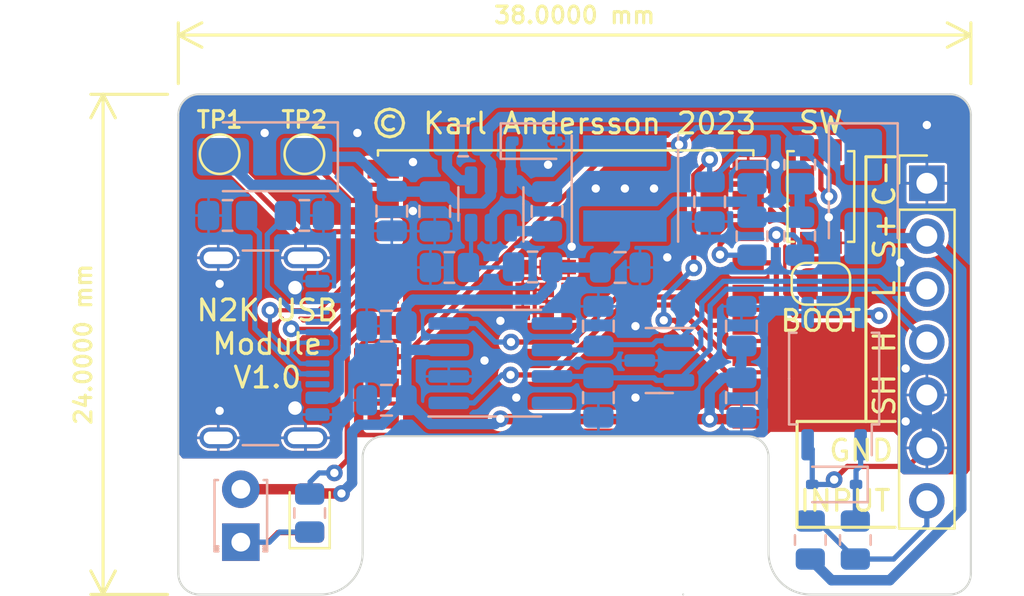
<source format=kicad_pcb>
(kicad_pcb (version 20221018) (generator pcbnew)
  (layers (0 "F.Cu" signal) (31 "B.Cu" signal) (34 "B.Paste" user) (35 "F.Paste" user) (36 "B.SilkS" user "B.Silkscreen") (37 "F.SilkS" user "F.Silkscreen") (38 "B.Mask" user) (39 "F.Mask" user) (44 "Edge.Cuts" user))
  (net 0 "")
  (net 1 "Net-(U1-EN{slash}CHIP_PU)")
  (net 4 "Net-(D2-K)")
  (net 6 "Net-(D10-K)")
  (net 7 "Net-(U3-BOOST)")
  (net 8 "Net-(D8-K)")
  (net 9 "Net-(D1-K)")
  (net 10 "USB_D-")
  (net 11 "USB_D+")
  (net 14 "Net-(J12-CC1)")
  (net 16 "Net-(J12-CC2)")
  (net 17 "Net-(JP1-A)")
  (net 19 "Net-(U1-GPIO8)")
  (net 20 "Net-(U1-GPIO2{slash}ADC1_CH2)")
  (net 21 "Net-(U3-EN)")
  (net 22 "Net-(U3-Vfb)")
  (net 23 "Net-(U1-GPIO21{slash}U0TXD)")
  (net 24 "NET-S")
  (net 25 "NET-L")
  (net 26 "NET-H")
  (net 27 "GND")
  (net 28 "CAN-TX")
  (net 29 "CAN-RX")
  (net 30 "+5V")
  (net 31 "+3.3V")
  (net 32 "Net-(U1-GPIO20{slash}U0RXD)")
  (net 33 "INPUT")
  (net 34 "IN")
  (net 35 "LED")
  (footprint "TestPoint:TestPoint_Pad_D1.5mm" (layer "F.Cu") (at 101.981 102.87)
    (fp_text reference "TP1")
    (fp_text value "TestPoint")
  )
  (footprint "LED_SMD:LED_0805_2012Metric" (layer "F.Cu") (at 106.299 120.0935 90)
    (fp_text reference "D2" hide)
    (fp_text value "LED")
  )
  (footprint "Jumper:SolderJumper-2_P1.3mm_Open_RoundedPad1.0x1.5mm" (layer "F.Cu") (at 130.81 109.093)
    (fp_text reference "JP1" hide)
    (fp_text value "BOOT")
  )
  (footprint "PCM_Espressif:ESP32-C3-WROOM-02" (layer "F.Cu") (at 118.5737 109.6893 180)
    (fp_text reference "U1" hide)
    (fp_text value "ESP32-C3-MINI-1")
  )
  (footprint "ObjectTechnologies:SW_SPST_TS342A2P" (layer "F.Cu") (at 130.81 104.902 -90)
    (fp_text reference "SW1" hide)
    (fp_text value "SW_Push")
  )
  (footprint "Connector_PinHeader_2.54mm:PinHeader_1x07_P2.54mm_Vertical" (layer "F.Cu") (at 135.89 104.267)
    (fp_text reference "J3" hide)
    (fp_text value "Conn_01x07")
  )
  (footprint "TestPoint:TestPoint_Pad_D1.5mm" (layer "F.Cu") (at 106.045 102.87)
    (fp_text reference "TP2")
    (fp_text value "TestPoint")
  )
  (footprint "Resistor_SMD:R_0805_2012Metric" (layer "B.Cu") (at 127.508 106.807 -90)
    (fp_text reference "R10" hide)
    (fp_text value "10K")
  )
  (footprint "Capacitor_SMD:C_0805_2012Metric" (layer "B.Cu") (at 120.142 114.554 -90)
    (fp_text reference "C6" hide)
    (fp_text value "15p")
  )
  (footprint "Resistor_SMD:R_0805_2012Metric" (layer "B.Cu") (at 127.508 103.378 90)
    (fp_text reference "R8" hide)
    (fp_text value "10K")
  )
  (footprint "Diode_SMD:D_SOD-323" (layer "B.Cu") (at 131.445 118.7215 180)
    (fp_text reference "D1" hide)
    (fp_text value "1N4148W")
  )
  (footprint "Resistor_SMD:R_0805_2012Metric" (layer "B.Cu") (at 130.302 121.3885 90)
    (fp_text reference "R5" hide)
    (fp_text value "4K7")
  )
  (footprint "Capacitor_SMD:C_0805_2012Metric" (layer "B.Cu") (at 109.982 111.125 180)
    (fp_text reference "C4" hide)
    (fp_text value "100n")
  )
  (footprint "Inductor_SMD:L_Taiyo-Yuden_NR-50xx" (layer "B.Cu") (at 121.41381 104.521 90)
    (fp_text reference "L1" hide)
    (fp_text value "22uH NRS5040T220MMGK")
  )
  (footprint "Package_TO_SOT_SMD:SOT-23" (layer "B.Cu") (at 123.063 112.776 180)
    (fp_text reference "D7" hide)
    (fp_text value "PESD2IVN24-T")
  )
  (footprint "Resistor_SMD:R_0805_2012Metric" (layer "B.Cu") (at 102.362 105.813998 180)
    (fp_text reference "R3" hide)
    (fp_text value "5K1")
  )
  (footprint "Resistor_SMD:R_0805_2012Metric" (layer "B.Cu") (at 113.65781 102.2394 180)
    (fp_text reference "R11" hide)
    (fp_text value "100K")
  )
  (footprint "Capacitor_SMD:C_0805_2012Metric" (layer "B.Cu") (at 109.982 114.681 180)
    (fp_text reference "C7" hide)
    (fp_text value "10u")
  )
  (footprint "Resistor_SMD:R_0805_2012Metric" (layer "B.Cu") (at 132.461 121.3885 -90)
    (fp_text reference "R1" hide)
    (fp_text value "4K7")
  )
  (footprint "Diode_SMD:D_SMA" (layer "B.Cu") (at 132.842 104.902 -90)
    (fp_text reference "D10" hide)
    (fp_text value "B140-13F")
  )
  (footprint "Capacitor_SMD:C_0805_2012Metric" (layer "B.Cu") (at 120.142 111.125 -90)
    (fp_text reference "C5" hide)
    (fp_text value "15p")
  )
  (footprint "Resistor_SMD:R_0805_2012Metric" (layer "B.Cu") (at 112.99911 108.31 180)
    (fp_text reference "R17" hide)
    (fp_text value " 15.8k")
  )
  (footprint "LED_THT:LED_D1.8mm_W3.3mm_H2.4mm" (layer "B.Cu") (at 102.997 121.4905 90)
    (fp_text reference "D3" hide)
    (fp_text value "LED")
  )
  (footprint "Capacitor_SMD:C_0805_2012Metric" (layer "B.Cu") (at 110.236 105.603 -90)
    (fp_text reference "C12" hide)
    (fp_text value "100nF 35V")
  )
  (footprint "Resistor_SMD:R_0805_2012Metric" (layer "B.Cu") (at 116.98691 108.2842 180)
    (fp_text reference "R16" hide)
    (fp_text value "49.9k")
  )
  (footprint "Resistor_SMD:R_0805_2012Metric" (layer "B.Cu") (at 129.794 103.378 90)
    (fp_text reference "R9" hide)
    (fp_text value "10K")
  )
  (footprint "Capacitor_SMD:C_0805_2012Metric" (layer "B.Cu") (at 125.476 105.156 -90)
    (fp_text reference "C8" hide)
    (fp_text value "470nF")
  )
  (footprint "Package_SO:SOIC-8_3.9x4.9mm_P1.27mm" (layer "B.Cu") (at 115.443 112.903)
    (fp_text reference "U2" hide)
    (fp_text value "SN65HVD232")
  )
  (footprint "Capacitor_SMD:C_0805_2012Metric" (layer "B.Cu") (at 121.18501 108.31)
    (fp_text reference "C11" hide)
    (fp_text value "10uF 16V X7R")
  )
  (footprint "Capacitor_SMD:C_0805_2012Metric" (layer "B.Cu") (at 117.67981 105.6176 90)
    (fp_text reference "C10" hide)
    (fp_text value "100nF")
  )
  (footprint "Resistor_SMD:R_0805_2012Metric" (layer "B.Cu") (at 106.299 120.0935 -90)
    (fp_text reference "R6" hide)
    (fp_text value "1K")
  )
  (footprint "Package_TO_SOT_SMD:SOT-23-6" (layer "B.Cu") (at 114.98741 105.262 90)
    (fp_text reference "U3" hide)
    (fp_text value "AOZ1282CI")
  )
  (footprint "Capacitor_SMD:C_0805_2012Metric" (layer "B.Cu") (at 112.29501 105.6176 -90)
    (fp_text reference "C9" hide)
    (fp_text value "10uF 35V X7R")
  )
  (footprint "Diode_SMD:D_SOD-323" (layer "B.Cu") (at 117.07021 102.246)
    (fp_text reference "D8" hide)
    (fp_text value "SBA130CS-AU (Schottky Vr > 16V VF >= 1A)")
  )
  (footprint "Capacitor_SMD:C_0805_2012Metric" (layer "B.Cu") (at 127 111.125 -90)
    (fp_text reference "C3" hide)
    (fp_text value "10uF")
  )
  (footprint "Capacitor_SMD:C_0805_2012Metric" (layer "B.Cu") (at 127 114.554 90)
    (fp_text reference "C2" hide)
    (fp_text value "100nF")
  )
  (footprint "Diode_SMD:D_SMA" (layer "B.Cu") (at 104.14 102.997 180)
    (fp_text reference "D9" hide)
    (fp_text value "B140-13F")
  )
  (footprint "ObjectTechnologies:SOP-4_EL357" (layer "B.Cu") (at 131.445 113.6415 90)
    (fp_text reference "U4" hide)
    (fp_text value "EL357")
  )
  (footprint "Resistor_SMD:R_0805_2012Metric" (layer "B.Cu") (at 129.794 106.807 90)
    (fp_text reference "R2" hide)
    (fp_text value "10K")
  )
  (footprint "Resistor_SMD:R_0805_2012Metric" (layer "B.Cu") (at 106.045 105.813998)
    (fp_text reference "R4" hide)
    (fp_text value "5K1")
  )
  (footprint "Connector_USB:USB_C_Receptacle_GCT_USB4105-xx-A_16P_TopMnt_Horizontal" (layer "B.Cu") (at 102.991 112.166 90)
    (fp_text reference "J12" hide)
    (fp_text value "USB_C_Receptacle_USB2.0")
  )
  (gr_line (start 134.366 115.697) (end 129.667 115.697) (stroke (width 0.15)) (layer "F.SilkS"))
  (gr_line (start 132.969 102.997) (end 132.969 115.697) (stroke (width 0.15)) (layer "F.SilkS"))
  (gr_line (start 129.667 115.697) (end 129.667 120.777) (stroke (width 0.15)) (layer "F.SilkS"))
  (gr_line (start 129.667 120.777) (end 134.366 120.777) (stroke (width 0.15)) (layer "F.SilkS"))
  (gr_line (start 134.366 102.997) (end 132.969 102.997) (stroke (width 0.15)) (layer "F.SilkS"))
  (gr_line (start 108.839 117.404) (end 108.839 122) (stroke (width 0.1)) (layer "Edge.Cuts"))
  (gr_line (start 137 124) (end 130.3 124) (stroke (width 0.1)) (layer "Edge.Cuts"))
  (gr_arc (start 127.3 116.404) (mid 128.007107 116.696893) (end 128.3 117.404) (stroke (width 0.1)) (layer "Edge.Cuts"))
  (gr_arc (start 108.839 117.404) (mid 109.131893 116.696893) (end 109.839 116.404) (stroke (width 0.1)) (layer "Edge.Cuts"))
  (gr_line (start 138 123) (end 138 101) (stroke (width 0.1)) (layer "Edge.Cuts"))
  (gr_line (start 128.3 122) (end 128.3 117.404) (stroke (width 0.1)) (layer "Edge.Cuts"))
  (gr_line (start 124.206 124) (end 124.206 124) (stroke (width 0.1)) (layer "Edge.Cuts"))
  (gr_arc (start 101 124) (mid 100.292893 123.707107) (end 100 123) (stroke (width 0.1)) (layer "Edge.Cuts"))
  (gr_line (start 100 123) (end 100 101) (stroke (width 0.1)) (layer "Edge.Cuts"))
  (gr_arc (start 137 100) (mid 137.707107 100.292893) (end 138 101) (stroke (width 0.1)) (layer "Edge.Cuts"))
  (gr_line (start 101 100) (end 137 100) (stroke (width 0.1)) (layer "Edge.Cuts"))
  (gr_arc (start 108.839 122) (mid 108.253214 123.414214) (end 106.839 124) (stroke (width 0.1)) (layer "Edge.Cuts"))
  (gr_arc (start 138 123) (mid 137.707107 123.707107) (end 137 124) (stroke (width 0.1)) (layer "Edge.Cuts"))
  (gr_arc (start 130.3 124) (mid 128.885786 123.414214) (end 128.3 122) (stroke (width 0.1)) (layer "Edge.Cuts"))
  (gr_arc (start 100 101) (mid 100.292893 100.292893) (end 101 100) (stroke (width 0.1)) (layer "Edge.Cuts"))
  (gr_line (start 106.839 124) (end 101 124) (stroke (width 0.1)) (layer "Edge.Cuts"))
  (gr_line (start 127.3 116.404) (end 109.839 116.404) (stroke (width 0.1)) (layer "Edge.Cuts"))
  (gr_text "C-" (at 133.858 104.267 90) (layer "F.SilkS") (effects (font (size 1 1))))
  (gr_text "H" (at 133.858 111.887 90) (layer "F.SilkS") (effects (font (size 1 1))))
  (gr_text locked "L" (at 133.858 109.347 90) (layer "F.SilkS") (effects (font (size 1 1))))
  (gr_text "BOOT" (at 130.81 110.871) (layer "F.SilkS") (effects (font (size 1 1))))
  (gr_text "SH" (at 133.858 114.427 90) (layer "F.SilkS") (effects (font (size 1 1))))
  (gr_text "S+" (at 133.858 106.807 90) (layer "F.SilkS") (effects (font (size 1 1))))
  (gr_text "© Karl Andersson 2023" (at 118.491 101.981) (layer "F.SilkS") (effects (font (size 1 1) (thickness 0.15) bold) (justify bottom)))
  (gr_text "GND" (at 134.366 117.094) (layer "F.SilkS") (effects (font (size 1 1)) (justify right)))
  (gr_text "INPUT" (at 134.239 119.507) (layer "F.SilkS") (effects (font (size 1 1)) (justify right)))
  (gr_text "SW" (at 130.81 101.346) (layer "F.SilkS") (effects (font (size 1 1))))
  (gr_text "N2K USB\nModule\nV1.0" (at 104.267 114.173) (layer "F.SilkS") (effects (font (size 1 1)) (justify bottom)))
  (dimension (type aligned) (layer "F.SilkS") (pts (xy 99.983999 100) (xy 99.983999 124)) (height 3.590999) (gr_text "24,0000 mm" (at 95.443 112 90) (layer "F.SilkS") (effects (font (size 0.8 0.8) (thickness 0.15)))) (format (prefix "") (suffix "") (units 3) (units_format 1) (precision 4)) (style (thickness 0.15) (arrow_length 1.27) (text_position_mode 0) (extension_height 0.58642) (extension_offset 0.5) keep_text_aligned))
  (dimension (type aligned) (layer "F.SilkS") (pts (xy 100 99.984) (xy 138 99.984)) (height -2.829) (gr_text "38,0000 mm" (at 119 96.205) (layer "F.SilkS") (effects (font (size 0.8 0.8) (thickness 0.15)))) (format (prefix "") (suffix "") (units 3) (units_format 1) (precision 4)) (style (thickness 0.15) (arrow_length 1.27) (text_position_mode 0) (extension_height 0.58642) (extension_offset 0.5) keep_text_aligned))
  (segment (start 124.714 108.331) (end 124.714 103.886) (width 0.25) (layer "F.Cu") (net 1))
  (segment (start 123.798317 110.844317) (end 127.0433 114.0893) (width 0.25) (layer "F.Cu") (net 1))
  (segment (start 124.714 103.886) (end 125.476 103.124) (width 0.25) (layer "F.Cu") (net 1))
  (segment (start 123.276 110.844317) (end 123.798317 110.844317) (width 0.25) (layer "F.Cu") (net 1))
  (via (at 123.276 110.844317) (size 0.8) (drill 0.4) (layers "F.Cu" "B.Cu") (net 1))
  (via (at 125.476 103.124) (size 0.8) (drill 0.4) (layers "F.Cu" "B.Cu") (net 1))
  (via (at 124.714 108.331) (size 0.8) (drill 0.4) (layers "F.Cu" "B.Cu") (net 1))
  (segment (start 125.476 104.206) (end 125.476 103.124) (width 0.25) (layer "B.Cu") (net 1))
  (segment (start 125.476 104.206) (end 127.2165 102.4655) (width 0.25) (layer "B.Cu") (net 1))
  (segment (start 123.276 109.769) (end 124.714 108.331) (width 0.25) (layer "B.Cu") (net 1))
  (segment (start 123.276 110.844317) (end 123.276 109.769) (width 0.25) (layer "B.Cu") (net 1))
  (segment (start 102.997 121.4905) (end 104.3155 121.4905) (width 0.25) (layer "F.Cu") (net 4))
  (segment (start 104.775 121.031) (end 106.299 121.031) (width 0.25) (layer "F.Cu") (net 4))
  (segment (start 104.3155 121.4905) (end 104.775 121.031) (width 0.25) (layer "F.Cu") (net 4))
  (segment (start 104.851 121.006) (end 106.299 121.006) (width 0.25) (layer "B.Cu") (net 4))
  (segment (start 102.997 121.4905) (end 104.3665 121.4905) (width 0.25) (layer "B.Cu") (net 4))
  (segment (start 104.3665 121.4905) (end 104.851 121.006) (width 0.25) (layer "B.Cu") (net 4))
  (segment (start 131.032 101.092) (end 115.443 101.092) (width 0.5) (layer "B.Cu") (net 6))
  (segment (start 115.443 101.092) (end 114.57031 101.96469) (width 0.5) (layer "B.Cu") (net 6))
  (segment (start 110.2506 104.6676) (end 112.29501 104.6676) (width 0.5) (layer "B.Cu") (net 6))
  (segment (start 114.70611 103.0457) (end 114.98741 103.327) (width 0.5) (layer "B.Cu") (net 6))
  (segment (start 132.842 102.902) (end 131.032 101.092) (width 0.5) (layer "B.Cu") (net 6))
  (segment (start 106.14 102.997) (end 108.58 102.997) (width 0.5) (layer "B.Cu") (net 6))
  (segment (start 112.735805 104.6676) (end 113.304725 105.23652) (width 0.5) (layer "B.Cu") (net 6))
  (segment (start 114.98741 103.327) (end 114.98741 104.1245) (width 0.5) (layer "B.Cu") (net 6))
  (segment (start 114.98741 104.8481) (end 114.98741 104.1245) (width 0.5) (layer "B.Cu") (net 6))
  (segment (start 108.58 102.997) (end 110.236 104.653) (width 0.5) (layer "B.Cu") (net 6))
  (segment (start 113.304725 105.23652) (end 114.59899 105.23652) (width 0.5) (layer "B.Cu") (net 6))
  (segment (start 114.59899 105.23652) (end 114.98741 104.8481) (width 0.5) (layer "B.Cu") (net 6))
  (segment (start 114.70611 102.2394) (end 114.70611 103.0457) (width 0.5) (layer "B.Cu") (net 6))
  (segment (start 116.10551 106.5676) (end 117.67981 106.5676) (width 0.5) (layer "B.Cu") (net 7))
  (segment (start 115.93741 106.3995) (end 116.10551 106.5676) (width 0.5) (layer "B.Cu") (net 7))
  (segment (start 115.93741 104.1245) (end 116.33241 104.1245) (width 0.5) (layer "B.Cu") (net 8))
  (segment (start 116.33241 104.1245) (end 116.87551 104.6676) (width 0.5) (layer "B.Cu") (net 8))
  (segment (start 117.90891 104.6676) (end 119.85551 102.721) (width 0.5) (layer "B.Cu") (net 8))
  (segment (start 115.93741 104.1245) (end 115.93741 102.3288) (width 0.5) (layer "B.Cu") (net 8))
  (segment (start 116.87551 104.6676) (end 117.67981 104.6676) (width 0.5) (layer "B.Cu") (net 8))
  (segment (start 132.495 118.7215) (end 132.495 118.0525) (width 0.25) (layer "B.Cu") (net 9))
  (segment (start 132.715 117.8325) (end 132.715 116.8165) (width 0.25) (layer "B.Cu") (net 9))
  (segment (start 132.461 120.476) (end 132.461 118.7555) (width 0.25) (layer "B.Cu") (net 9))
  (segment (start 132.495 118.0525) (end 132.715 117.8325) (width 0.25) (layer "B.Cu") (net 9))
  (segment (start 109.0172 108.0893) (end 109.8237 108.0893) (width 0.2) (layer "F.Cu") (net 10))
  (segment (start 104.394 110.363) (end 106.7435 110.363) (width 0.2) (layer "F.Cu") (net 10))
  (segment (start 106.7435 110.363) (end 109.0172 108.0893) (width 0.2) (layer "F.Cu") (net 10))
  (via (at 104.394 110.363) (size 0.8) (drill 0.4) (layers "F.Cu" "B.Cu") (net 10))
  (segment (start 104.394 110.363) (end 104.394 111.463998) (width 0.2) (layer "B.Cu") (net 10))
  (segment (start 105.846002 112.916) (end 106.671 112.916) (width 0.2) (layer "B.Cu") (net 10))
  (segment (start 105.346001 112.415999) (end 105.846 111.916) (width 0.2) (layer "B.Cu") (net 10))
  (segment (start 104.394 111.463998) (end 105.846002 112.916) (width 0.2) (layer "B.Cu") (net 10))
  (segment (start 105.860002 112.93) (end 105.346001 112.415999) (width 0.2) (layer "B.Cu") (net 10))
  (segment (start 106.657 112.93) (end 105.860002 112.93) (width 0.2) (layer "B.Cu") (net 10))
  (segment (start 105.846 111.916) (end 106.671 111.916) (width 0.2) (layer "B.Cu") (net 10))
  (segment (start 107.188 111.252) (end 108.8507 109.5893) (width 0.2) (layer "F.Cu") (net 11))
  (segment (start 108.8507 109.5893) (end 109.8237 109.5893) (width 0.2) (layer "F.Cu") (net 11))
  (segment (start 105.41 111.252) (end 107.188 111.252) (width 0.2) (layer "F.Cu") (net 11))
  (via (at 105.41 111.252) (size 0.8) (drill 0.4) (layers "F.Cu" "B.Cu") (net 11))
  (segment (start 107.27633 111.416) (end 107.546 111.68567) (width 0.2) (layer "B.Cu") (net 11))
  (segment (start 105.41 111.252) (end 105.574 111.416) (width 0.2) (layer "B.Cu") (net 11))
  (segment (start 107.27633 112.416) (end 106.671 112.416) (width 0.2) (layer "B.Cu") (net 11))
  (segment (start 105.574 111.416) (end 106.671 111.416) (width 0.2) (layer "B.Cu") (net 11))
  (segment (start 107.546 112.14633) (end 107.27633 112.416) (width 0.2) (layer "B.Cu") (net 11))
  (segment (start 106.671 111.416) (end 107.27633 111.416) (width 0.2) (layer "B.Cu") (net 11))
  (segment (start 107.546 111.68567) (end 107.546 112.14633) (width 0.2) (layer "B.Cu") (net 11))
  (segment (start 105.848198 113.416) (end 103.669 111.236802) (width 0.25) (layer "B.Cu") (net 14))
  (segment (start 103.89 106.684) (end 103.2745 106.0685) (width 0.25) (layer "B.Cu") (net 14))
  (segment (start 103.669 109.945) (end 103.89 109.724) (width 0.25) (layer "B.Cu") (net 14))
  (segment (start 106.671 113.416) (end 105.848198 113.416) (width 0.25) (layer "B.Cu") (net 14))
  (segment (start 103.89 109.724) (end 103.89 106.684) (width 0.25) (layer "B.Cu") (net 14))
  (segment (start 103.669 111.236802) (end 103.669 109.945) (width 0.25) (layer "B.Cu") (net 14))
  (segment (start 103.2745 106.0685) (end 103.2745 105.813998) (width 0.25) (layer "B.Cu") (net 14))
  (segment (start 104.267 109.22) (end 104.267 106.726498) (width 0.25) (layer "B.Cu") (net 16))
  (segment (start 104.694305 109.638) (end 104.685 109.638) (width 0.25) (layer "B.Cu") (net 16))
  (segment (start 104.267 106.726498) (end 105.156 105.837498) (width 0.25) (layer "B.Cu") (net 16))
  (segment (start 105.472305 110.416) (end 104.694305 109.638) (width 0.25) (layer "B.Cu") (net 16))
  (segment (start 104.685 109.638) (end 104.267 109.22) (width 0.25) (layer "B.Cu") (net 16))
  (segment (start 106.671 110.416) (end 105.472305 110.416) (width 0.25) (layer "B.Cu") (net 16))
  (segment (start 128.5893 105.0893) (end 127.3237 105.0893) (width 0.25) (layer "F.Cu") (net 17))
  (segment (start 129.485 108.418) (end 129.485 105.985) (width 0.25) (layer "F.Cu") (net 17))
  (segment (start 130.16 109.093) (end 129.485 108.418) (width 0.25) (layer "F.Cu") (net 17))
  (segment (start 129.485 105.985) (end 128.5893 105.0893) (width 0.25) (layer "F.Cu") (net 17))
  (segment (start 125.9742 107.696) (end 125.9742 107.1978) (width 0.25) (layer "F.Cu") (net 19))
  (segment (start 125.9742 107.1978) (end 126.5827 106.5893) (width 0.25) (layer "F.Cu") (net 19))
  (segment (start 126.5827 106.5893) (end 127.3237 106.5893) (width 0.25) (layer "F.Cu") (net 19))
  (via (at 125.9742 107.696) (size 0.8) (drill 0.4) (layers "F.Cu" "B.Cu") (net 19))
  (segment (start 125.9742 107.696) (end 125.9977 107.7195) (width 0.25) (layer "B.Cu") (net 19))
  (segment (start 125.9977 107.7195) (end 127.508 107.7195) (width 0.25) (layer "B.Cu") (net 19))
  (segment (start 120.976441 102.416559) (end 110.8037 112.5893) (width 0.25) (layer "F.Cu") (net 20))
  (segment (start 110.8037 112.5893) (end 109.8237 112.5893) (width 0.25) (layer "F.Cu") (net 20))
  (segment (start 130.81 104.51) (end 130.81 102.489) (width 0.25) (layer "F.Cu") (net 20))
  (segment (start 131.2 104.9) (end 130.81 104.51) (width 0.25) (layer "F.Cu") (net 20))
  (segment (start 124.01331 102.416559) (end 120.976441 102.416559) (width 0.25) (layer "F.Cu") (net 20))
  (via (at 124.01331 102.416559) (size 0.8) (drill 0.4) (layers "F.Cu" "B.Cu") (net 20))
  (via (at 131.2 104.9) (size 0.8) (drill 0.4) (layers "F.Cu" "B.Cu") (net 20))
  (segment (start 124.01331 102.416559) (end 124.829869 101.6) (width 0.25) (layer "B.Cu") (net 20))
  (segment (start 128.9285 101.6) (end 129.794 102.4655) (width 0.25) (layer "B.Cu") (net 20))
  (segment (start 124.829869 101.6) (end 128.9285 101.6) (width 0.25) (layer "B.Cu") (net 20))
  (segment (start 131.2 104.9) (end 131.2 103.8715) (width 0.25) (layer "B.Cu") (net 20))
  (segment (start 131.2 103.8715) (end 129.794 102.4655) (width 0.25) (layer "B.Cu") (net 20))
  (segment (start 112.88111 103.518) (end 112.88111 102.2394) (width 0.5) (layer "B.Cu") (net 21))
  (segment (start 114.03741 104.1245) (end 113.48761 104.1245) (width 0.5) (layer "B.Cu") (net 21))
  (segment (start 113.48761 104.1245) (end 112.88111 103.518) (width 0.5) (layer "B.Cu") (net 21))
  (segment (start 116.04861 108.31) (end 114.03741 108.31) (width 0.2) (layer "B.Cu") (net 22))
  (segment (start 114.03741 108.31) (end 114.03741 106.3995) (width 0.2) (layer "B.Cu") (net 22))
  (segment (start 109.8237 106.5893) (end 105.7003 106.5893) (width 0.25) (layer "F.Cu") (net 23))
  (segment (start 105.7003 106.5893) (end 101.981 102.87) (width 0.25) (layer "F.Cu") (net 23))
  (segment (start 131.318 123.317) (end 134.112 123.317) (width 0.5) (layer "B.Cu") (net 24))
  (segment (start 132.842 106.902) (end 135.795 106.902) (width 0.5) (layer "B.Cu") (net 24))
  (segment (start 137.541 119.888) (end 137.541 108.458) (width 0.5) (layer "B.Cu") (net 24))
  (segment (start 134.112 123.317) (end 137.541 119.888) (width 0.5) (layer "B.Cu") (net 24))
  (segment (start 130.302 122.301) (end 131.318 123.317) (width 0.5) (layer "B.Cu") (net 24))
  (segment (start 137.541 108.458) (end 135.89 106.807) (width 0.5) (layer "B.Cu") (net 24))
  (segment (start 125.1 110.7265) (end 125.1 110.003667) (width 0.25) (layer "B.Cu") (net 25))
  (segment (start 122.936 111.826) (end 124.0005 111.826) (width 0.25) (layer "B.Cu") (net 25))
  (segment (start 122.748 112.014) (end 122.936 111.826) (width 0.25) (layer "B.Cu") (net 25))
  (segment (start 125.1 110.003667) (end 126.130667 108.973) (width 0.25) (layer "B.Cu") (net 25))
  (segment (start 126.130667 108.973) (end 133.573 108.973) (width 0.25) (layer "B.Cu") (net 25))
  (segment (start 120.579 112.014) (end 122.748 112.014) (width 0.25) (layer "B.Cu") (net 25))
  (segment (start 117.918 112.268) (end 119.949 112.268) (width 0.25) (layer "B.Cu") (net 25))
  (segment (start 133.947 109.347) (end 135.89 109.347) (width 0.25) (layer "B.Cu") (net 25))
  (segment (start 133.573 108.973) (end 133.947 109.347) (width 0.25) (layer "B.Cu") (net 25))
  (segment (start 124.0005 111.826) (end 125.1 110.7265) (width 0.25) (layer "B.Cu") (net 25))
  (segment (start 124.0005 113.726) (end 122.931 113.726) (width 0.25) (layer "B.Cu") (net 26))
  (segment (start 126.286826 109.35) (end 133.353 109.35) (width 0.25) (layer "B.Cu") (net 26))
  (segment (start 117.918 113.538) (end 120.076 113.538) (width 0.25) (layer "B.Cu") (net 26))
  (segment (start 124.0005 113.726) (end 125.5 112.2265) (width 0.25) (layer "B.Cu") (net 26))
  (segment (start 125.5 112.2265) (end 125.5 110.136826) (width 0.25) (layer "B.Cu") (net 26))
  (segment (start 125.5 110.136826) (end 126.286826 109.35) (width 0.25) (layer "B.Cu") (net 26))
  (segment (start 122.931 113.726) (end 122.809 113.604) (width 0.25) (layer "B.Cu") (net 26))
  (segment (start 122.809 113.604) (end 120.142 113.604) (width 0.25) (layer "B.Cu") (net 26))
  (segment (start 133.353 109.35) (end 135.89 111.887) (width 0.25) (layer "B.Cu") (net 26))
  (segment (start 131.445 118.491) (end 132.08 117.856) (width 0.25) (layer "F.Cu") (net 27))
  (segment (start 132.08 117.856) (end 135.001 117.856) (width 0.25) (layer "F.Cu") (net 27))
  (segment (start 135.001 117.856) (end 135.89 116.967) (width 0.25) (layer "F.Cu") (net 27))
  (via (at 101.981 109.093) (size 0.8) (drill 0.4) (layers "F.Cu" "B.Cu") (net 27))
  (via (at 111.252 103.251) (size 0.8) (drill 0.4) (layers "F.Cu" "B.Cu") (net 27))
  (via (at 134.62 108.077) (size 0.8) (drill 0.4) (layers "F.Cu" "B.Cu") (net 27))
  (via (at 117.729 103.378) (size 0.8) (drill 0.4) (layers "F.Cu" "B.Cu") (net 27))
  (via (at 131.445 118.491) (size 0.8) (drill 0.4) (layers "F.Cu" "B.Cu") (net 27))
  (via (at 118.861386 107.312146) (size 0.8) (drill 0.4) (layers "F.Cu" "B.Cu") (net 27))
  (via (at 108.585 101.854) (size 0.8) (drill 0.4) (layers "F.Cu" "B.Cu") (net 27))
  (via (at 122.809 104.521) (size 0.8) (drill 0.4) (layers "F.Cu" "B.Cu") (net 27))
  (via (at 123.444 107.823) (size 0.8) (drill 0.4) (layers "F.Cu" "B.Cu") (net 27))
  (via (at 131.191 105.9) (size 0.8) (drill 0.4) (layers "F.Cu" "B.Cu") (net 27))
  (via (at 135.89 101.473) (size 0.8) (drill 0.4) (layers "F.Cu" "B.Cu") (net 27))
  (via (at 115.443 110.871) (size 0.8) (drill 0.4) (layers "F.Cu" "B.Cu") (net 27))
  (via (at 104.14 101.854) (size 0.8) (drill 0.4) (layers "F.Cu" "B.Cu") (net 27))
  (via (at 121.92 111.125) (size 0.8) (drill 0.4) (layers "F.Cu" "B.Cu") (net 27))
  (via (at 116.205 114.554) (size 0.8) (drill 0.4) (layers "F.Cu" "B.Cu") (net 27))
  (via (at 121.92 114.554) (size 0.8) (drill 0.4) (layers "F.Cu" "B.Cu") (net 27))
  (via (at 111.248746 105.599649) (size 0.8) (drill 0.4) (layers "F.Cu" "B.Cu") (net 27))
  (via (at 101.981 115.189) (size 0.8) (drill 0.4) (layers "F.Cu" "B.Cu") (net 27))
  (via (at 134.874 113.157) (size 0.8) (drill 0.4) (layers "F.Cu" "B.Cu") (net 27))
  (via (at 121.412 104.521) (size 0.8) (drill 0.4) (layers "F.Cu" "B.Cu") (net 27))
  (via (at 114.681 112.776) (size 0.8) (drill 0.4) (layers "F.Cu" "B.Cu") (net 27))
  (via (at 128.639419 103.387196) (size 0.8) (drill 0.4) (layers "F.Cu" "B.Cu") (net 27))
  (via (at 120.015 104.521) (size 0.8) (drill 0.4) (layers "F.Cu" "B.Cu") (net 27))
  (via (at 134.874 115.697) (size 0.8) (drill 0.4) (layers "F.Cu" "B.Cu") (net 27))
  (segment (start 114.98741 105.909862) (end 114.98741 106.3995) (width 0.4) (layer "B.Cu") (net 27))
  (segment (start 121.412 104.521) (end 119.507 104.521) (width 0.4) (layer "B.Cu") (net 27))
  (segment (start 130.175 116.8165) (end 130.395 117.0365) (width 0.25) (layer "B.Cu") (net 27))
  (segment (start 130.395 117.0365) (end 130.395 118.7215) (width 0.25) (layer "B.Cu") (net 27))
  (segment (start 119.507 104.521) (end 118.3854 105.6426) (width 0.4) (layer "B.Cu") (net 27))
  (segment (start 117.011251 105.6426) (end 116.681051 105.3124) (width 0.4) (layer "B.Cu") (net 27))
  (segment (start 131.445 118.491) (end 131.2145 118.7215) (width 0.25) (layer "B.Cu") (net 27))
  (segment (start 116.681051 105.3124) (end 115.584872 105.3124) (width 0.4) (layer "B.Cu") (net 27))
  (segment (start 131.2145 118.7215) (end 130.395 118.7215) (width 0.25) (layer "B.Cu") (net 27))
  (segment (start 118.3854 105.6426) (end 117.011251 105.6426) (width 0.4) (layer "B.Cu") (net 27))
  (segment (start 135.89 114.427) (end 135.89 116.967) (width 0.5) (layer "B.Cu") (net 27))
  (segment (start 115.584872 105.3124) (end 114.98741 105.909862) (width 0.4) (layer "B.Cu") (net 27))
  (segment (start 115.930415 113.465954) (end 117.928046 113.465954) (width 0.25) (layer "F.Cu") (net 28))
  (segment (start 123.825 110.109) (end 126.3053 112.5893) (width 0.25) (layer "F.Cu") (net 28))
  (segment (start 117.928046 113.465954) (end 121.285 110.109) (width 0.25) (layer "F.Cu") (net 28))
  (segment (start 126.3053 112.5893) (end 127.3237 112.5893) (width 0.25) (layer "F.Cu") (net 28))
  (segment (start 121.285 110.109) (end 123.825 110.109) (width 0.25) (layer "F.Cu") (net 28))
  (via (at 115.930415 113.465954) (size 0.8) (drill 0.4) (layers "F.Cu" "B.Cu") (net 28))
  (segment (start 115.930415 113.465954) (end 115.515046 113.465954) (width 0.25) (layer "B.Cu") (net 28))
  (segment (start 115.515046 113.465954) (end 114.173 114.808) (width 0.25) (layer "B.Cu") (net 28))
  (segment (start 114.173 114.808) (end 113.538 114.808) (width 0.25) (layer "B.Cu") (net 28))
  (segment (start 125.4403 111.0893) (end 127.3237 111.0893) (width 0.25) (layer "F.Cu") (net 29))
  (segment (start 118.872 111.887) (end 121.031 109.728) (width 0.25) (layer "F.Cu") (net 29))
  (segment (start 121.031 109.728) (end 124.079 109.728) (width 0.25) (layer "F.Cu") (net 29))
  (segment (start 124.079 109.728) (end 125.4403 111.0893) (width 0.25) (layer "F.Cu") (net 29))
  (segment (start 115.951 111.887) (end 118.872 111.887) (width 0.25) (layer "F.Cu") (net 29))
  (via (at 115.951 111.887) (size 0.8) (drill 0.4) (layers "F.Cu" "B.Cu") (net 29))
  (segment (start 114.3 110.998) (end 113.538 110.998) (width 0.25) (layer "B.Cu") (net 29))
  (segment (start 115.189 111.887) (end 114.3 110.998) (width 0.25) (layer "B.Cu") (net 29))
  (segment (start 115.951 111.887) (end 115.189 111.887) (width 0.25) (layer "B.Cu") (net 29))
  (segment (start 108.023 112.36158) (end 107.696 112.68858) (width 0.5) (layer "B.Cu") (net 30))
  (segment (start 107.696 112.68858) (end 107.696 114.208462) (width 0.5) (layer "B.Cu") (net 30))
  (segment (start 103.49 104.347) (end 102.14 102.997) (width 0.5) (layer "B.Cu") (net 30))
  (segment (start 108.023 105.177048) (end 107.192952 104.347) (width 0.5) (layer "B.Cu") (net 30))
  (segment (start 107.696 114.208462) (end 107.338462 114.566) (width 0.5) (layer "B.Cu") (net 30))
  (segment (start 106.671 109.766) (end 108.023 109.766) (width 0.5) (layer "B.Cu") (net 30))
  (segment (start 108.023 110.450538) (end 108.023 105.177048) (width 0.5) (layer "B.Cu") (net 30))
  (segment (start 108.023 110.450538) (end 108.023 112.36158) (width 0.5) (layer "B.Cu") (net 30))
  (segment (start 108.023 109.766) (end 108.023 110.450538) (width 0.5) (layer "B.Cu") (net 30))
  (segment (start 107.338462 114.566) (end 106.671 114.566) (width 0.5) (layer "B.Cu") (net 30))
  (segment (start 107.192952 104.347) (end 103.49 104.347) (width 0.5) (layer "B.Cu") (net 30))
  (segment (start 102.997 118.9505) (end 106.0935 118.9505) (width 0.5) (layer "F.Cu") (net 31))
  (segment (start 107.823 119.156) (end 106.299 119.156) (width 0.5) (layer "F.Cu") (net 31))
  (segment (start 115.443 115.57) (end 115.4623 115.5893) (width 0.5) (layer "F.Cu") (net 31))
  (segment (start 115.4623 115.5893) (end 125.476 115.5893) (width 0.5) (layer "F.Cu") (net 31))
  (segment (start 125.476 115.5893) (end 127.3237 115.5893) (width 0.5) (layer "F.Cu") (net 31))
  (via (at 125.476 115.5893) (size 0.8) (drill 0.4) (layers "F.Cu" "B.Cu") (net 31))
  (via (at 115.443 115.57) (size 0.8) (drill 0.4) (layers "F.Cu" "B.Cu") (net 31))
  (via (at 107.823 119.156) (size 0.8) (drill 0.4) (layers "F.Cu" "B.Cu") (net 31))
  (segment (start 110.932 110.175) (end 111.252 109.855) (width 0.5) (layer "B.Cu") (net 31))
  (segment (start 108.331 118.648) (end 108.331 116.205) (width 0.5) (layer "B.Cu") (net 31))
  (segment (start 126.096 113.604) (end 127 113.604) (width 0.5) (layer "B.Cu") (net 31))
  (segment (start 117.87361 108.31) (end 120.23501 108.31) (width 0.5) (layer "B.Cu") (net 31))
  (segment (start 120.39661 108.31) (end 121.41381 107.2928) (width 0.5) (layer "B.Cu") (net 31))
  (segment (start 108.68 115.856) (end 109.757 115.856) (width 0.5) (layer "B.Cu") (net 31))
  (segment (start 117.89941 109.17659) (end 117.89941 108.2842) (width 0.5) (layer "B.Cu") (net 31))
  (segment (start 110.932 114.681) (end 112.075 115.824) (width 0.5) (layer "B.Cu") (net 31))
  (segment (start 111.252 109.855) (end 117.221 109.855) (width 0.5) (layer "B.Cu") (net 31))
  (segment (start 126.934 113.03) (end 127 112.964) (width 0.5) (layer "B.Cu") (net 31))
  (segment (start 108.331 116.205) (end 108.68 115.856) (width 0.5) (layer "B.Cu") (net 31))
  (segment (start 107.823 119.156) (end 108.331 118.648) (width 0.5) (layer "B.Cu") (net 31))
  (segment (start 127.508 105.156) (end 123.825 105.156) (width 0.5) (layer "B.Cu") (net 31))
  (segment (start 127.508 105.8945) (end 127.508 104.2905) (width 0.5) (layer "B.Cu") (net 31))
  (segment (start 129.794 104.902) (end 129.794 104.0365) (width 0.5) (layer "B.Cu") (net 31))
  (segment (start 123.825 105.156) (end 123.168 105.813) (width 0.5) (layer "B.Cu") (net 31))
  (segment (start 125.476 115.5893) (end 125.476 114.224) (width 0.5) (layer "B.Cu") (net 31))
  (segment (start 110.932 114.681) (end 110.932 112.837) (width 0.5) (layer "B.Cu") (net 31))
  (segment (start 112.075 115.824) (end 115.189 115.824) (width 0.5) (layer "B.Cu") (net 31))
  (segment (start 115.189 115.824) (end 115.443 115.57) (width 0.5) (layer "B.Cu") (net 31))
  (segment (start 109.757 115.856) (end 110.932 114.681) (width 0.5) (layer "B.Cu") (net 31))
  (segment (start 129.794 105.8945) (end 129.794 104.902) (width 0.5) (layer "B.Cu") (net 31))
  (segment (start 110.932 112.837) (end 110.932 110.175) (width 0.5) (layer "B.Cu") (net 31))
  (segment (start 121.41381 107.2928) (end 121.41381 106.321) (width 0.5) (layer "B.Cu") (net 31))
  (segment (start 127.508 105.8945) (end 129.794 105.8945) (width 0.5) (layer "B.Cu") (net 31))
  (segment (start 127 112.964) (end 127 112.075) (width 0.5) (layer "B.Cu") (net 31))
  (segment (start 125.476 114.224) (end 126.096 113.604) (width 0.5) (layer "B.Cu") (net 31))
  (segment (start 117.221 109.855) (end 117.89941 109.17659) (width 0.5) (layer "B.Cu") (net 31))
  (segment (start 110.932 112.837) (end 110.932 112.268) (width 0.5) (layer "B.Cu") (net 31))
  (segment (start 110.932 112.268) (end 112.968 112.268) (width 0.5) (layer "B.Cu") (net 31))
  (segment (start 106.045 102.87) (end 108.2643 105.0893) (width 0.25) (layer "F.Cu") (net 32))
  (segment (start 108.2643 105.0893) (end 109.8237 105.0893) (width 0.25) (layer "F.Cu") (net 32))
  (segment (start 132.461 122.301) (end 134.299 122.301) (width 0.25) (layer "B.Cu") (net 33))
  (segment (start 134.299 122.301) (end 135.89 120.71) (width 0.25) (layer "B.Cu") (net 33))
  (segment (start 135.89 120.71) (end 135.89 119.507) (width 0.25) (layer "B.Cu") (net 33))
  (segment (start 130.636 120.476) (end 132.461 122.301) (width 0.25) (layer "B.Cu") (net 33))
  (segment (start 128.6732 106.744) (end 128.6732 108.0893) (width 0.25) (layer "F.Cu") (net 34))
  (segment (start 128.6732 109.7502) (end 128.6732 106.744) (width 0.25) (layer "F.Cu") (net 34))
  (segment (start 128.6732 108.0893) (end 127.3237 108.0893) (width 0.25) (layer "F.Cu") (net 34))
  (segment (start 133.599701 110.621299) (end 129.544299 110.621299) (width 0.25) (layer "F.Cu") (net 34))
  (segment (start 129.544299 110.621299) (end 128.6732 109.7502) (width 0.25) (layer "F.Cu") (net 34))
  (via (at 128.6732 106.744) (size 0.8) (drill 0.4) (layers "F.Cu" "B.Cu") (net 34))
  (via (at 133.599701 110.621299) (size 0.8) (drill 0.4) (layers "F.Cu" "B.Cu") (net 34))
  (segment (start 128.6732 106.744) (end 129.477 106.744) (width 0.25) (layer "B.Cu") (net 34))
  (segment (start 129.477 106.744) (end 129.794 107.061) (width 0.25) (layer "B.Cu") (net 34))
  (segment (start 129.794 107.061) (end 129.794 107.7195) (width 0.25) (layer "B.Cu") (net 34))
  (segment (start 133.444902 110.4665) (end 132.715 110.4665) (width 0.25) (layer "B.Cu") (net 34))
  (segment (start 133.599701 110.621299) (end 133.444902 110.4665) (width 0.25) (layer "B.Cu") (net 34))
  (segment (start 107.4815 118.169105) (end 108.1 117.550605) (width 0.25) (layer "F.Cu") (net 35))
  (segment (start 108.1 112.063) (end 109.0737 111.0893) (width 0.25) (layer "F.Cu") (net 35))
  (segment (start 109.0737 111.0893) (end 109.8237 111.0893) (width 0.25) (layer "F.Cu") (net 35))
  (segment (start 108.1 117.550605) (end 108.1 112.063) (width 0.25) (layer "F.Cu") (net 35))
  (via (at 107.4815 118.169105) (size 0.8) (drill 0.4) (layers "F.Cu" "B.Cu") (net 35))
  (segment (start 107.4815 118.169105) (end 106.747895 118.169105) (width 0.25) (layer "B.Cu") (net 35))
  (segment (start 106.3225 118.5945) (end 106.3225 119.2045) (width 0.25) (layer "B.Cu") (net 35))
  (segment (start 106.747895 118.169105) (end 106.3225 118.5945) (width 0.25) (layer "B.Cu") (net 35))
  (zone (net 27) (net_name "GND") (layers "F&B.Cu") (connect_pads (clearance 0.127)) (min_thickness 0.127) (fill yes (thermal_gap 0.127) (thermal_bridge_width 0.127))
    (polygon (pts (xy 138 100) (xy 138 108.2295) (xy 138 117.983) (xy 137.795 118.237) (xy 134.747 118.237) (xy 134.493 118) (xy 134.5 116.4) (xy 134.3 116.2) (xy 128.4 116.2) (xy 128.1 116.459) (xy 108.531 116.459) (xy 108.277 116.205) (xy 107.869 116.205) (xy 107.869 117.221) (xy 107.6 117.475) (xy 100.203 117.475) (xy 100 117.221) (xy 100 100)))
  )
  (zone (net 0) (net_name "") (layer "B.Cu") (connect_pads (clearance 0)) (min_thickness 0.25)
    (keepout (tracks allowed) (vias allowed) (pads allowed) (copperpour not_allowed) (footprints allowed))
    (fill (thermal_gap 0.5) (thermal_bridge_width 0.5))
    (polygon (pts (xy 128.27 110.998) (xy 128.651 110.617) (xy 134.493 110.617) (xy 134.493 117.983) (xy 134.747 118.237) (xy 136.906 118.237) (xy 137.16 117.983) (xy 138.049 117.983) (xy 138 124) (xy 128.27 123.952)))
  )
)
</source>
